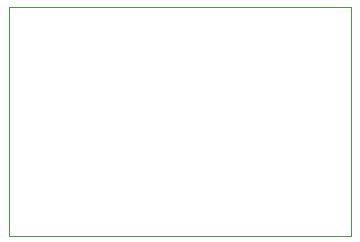
<source format=gbr>
G04 #@! TF.GenerationSoftware,KiCad,Pcbnew,(5.1.5)-3*
G04 #@! TF.CreationDate,2020-09-25T08:39:15-07:00*
G04 #@! TF.ProjectId,H_c v_ m_ch c_ng anh S_n,48cd6320-76bd-4206-9da1-63682063f96e,rev?*
G04 #@! TF.SameCoordinates,Original*
G04 #@! TF.FileFunction,Profile,NP*
%FSLAX46Y46*%
G04 Gerber Fmt 4.6, Leading zero omitted, Abs format (unit mm)*
G04 Created by KiCad (PCBNEW (5.1.5)-3) date 2020-09-25 08:39:15*
%MOMM*%
%LPD*%
G04 APERTURE LIST*
%ADD10C,0.120000*%
G04 APERTURE END LIST*
D10*
X204419200Y-84810600D02*
X204698600Y-84810600D01*
X204419200Y-104190800D02*
X204419200Y-84810600D01*
X233324400Y-104190800D02*
X204419200Y-104190800D01*
X233324400Y-84810600D02*
X233324400Y-104190800D01*
X204698600Y-84810600D02*
X233324400Y-84810600D01*
M02*

</source>
